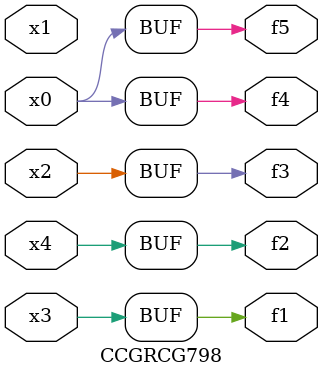
<source format=v>
module CCGRCG798(
	input x0, x1, x2, x3, x4,
	output f1, f2, f3, f4, f5
);
	assign f1 = x3;
	assign f2 = x4;
	assign f3 = x2;
	assign f4 = x0;
	assign f5 = x0;
endmodule

</source>
